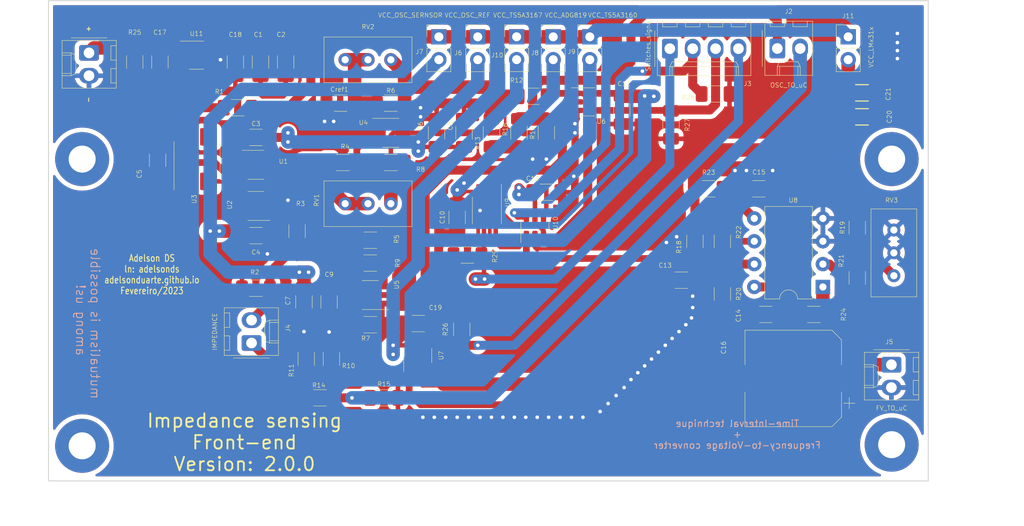
<source format=kicad_pcb>
(kicad_pcb (version 20211014) (generator pcbnew)
  (layers (0 "F.Cu" signal) (31 "B.Cu" signal) (34 "B.Paste" user) (35 "F.Paste" user) (36 "B.SilkS" user "B.Silkscreen") (37 "F.SilkS" user "F.Silkscreen") (38 "B.Mask" user) (39 "F.Mask" user) (44 "Edge.Cuts" user))
  (net 0 "")
  (net 1 "+5V")
  (net 2 "+2V5")
  (net 3 "/5V_OSC_REF")
  (net 4 "/5V_OSC_SENSOR")
  (net 5 "/5V_ADG819")
  (net 6 "GNDA")
  (net 7 "/5V_TS5A3167DBVR")
  (net 8 "/5V_TS5A3160DBVR")
  (net 9 "/FxV_CONVERTER")
  (net 10 "Net-(C13-Pad2)")
  (net 11 "/5V_LMx31x")
  (net 12 "Net-(C15-Pad1)")
  (net 13 "/AD+")
  (net 14 "Net-(Cref1-Pad2)")
  (net 15 "/OSC_REF_TO_uC")
  (net 16 "/OSC_SENSOR_TO_uC")
  (net 17 "Net-(R4-Pad1)")
  (net 18 "Net-(R4-Pad2)")
  (net 19 "Net-(R5-Pad1)")
  (net 20 "Net-(R3-Pad2)")
  (net 21 "Net-(R12-Pad2)")
  (net 22 "Net-(R10-Pad2)")
  (net 23 "Net-(J4-Pad1)")
  (net 24 "/OSC_SENSOR_TO_FV")
  (net 25 "Net-(R11-Pad1)")
  (net 26 "/OSC_REF_TO_FV")
  (net 27 "Net-(R13-Pad1)")
  (net 28 "Net-(R19-Pad1)")
  (net 29 "Net-(R20-Pad1)")
  (net 30 "Net-(R21-Pad1)")
  (net 31 "/SW1_TS5A3167_SPST")
  (net 32 "/SW2_TS5A3167_SPST")
  (net 34 "/SW_ADG819")
  (net 36 "/SW_TS5A3160_DPST")
  (net 37 "Net-(J4-Pad2)")
  (net 38 "/PWR_IN")
  (net 39 "Net-(R25-Pad2)")
  (footprint "" (layer "F.Cu") (at 184.912 77.343)
    (fp_text reference "")
    (fp_text value "")
  )
  (footprint "Connector_Molex:Molex_KK-254_AE-6410-02A_1x02_P2.54mm_Vertical" (layer "F.Cu") (at 95.758 65.532 -90)
    (fp_text reference "J1" hide)
    (fp_text value "POWER")
  )
  (footprint "Package_TO_SOT_SMD:SOT-23-6_Handsoldering" (layer "F.Cu") (at 127 92.456 180)
    (fp_text reference "U5")
    (fp_text value "TLV3501")
  )
  (footprint "Package_SO:MSOP-8_3x3mm_P0.65mm" (layer "F.Cu") (at 139.954 83.058 -90)
    (fp_text reference "U9")
    (fp_text value "ADG819")
  )
  (footprint "Resistor_SMD:R_1206_3216Metric_Pad1.30x1.75mm_HandSolder" (layer "F.Cu") (at 164.583 80.645)
    (fp_text reference "R23")
    (fp_text value "6.81k")
  )
  (footprint "Capacitor_SMD:C_1206_3216Metric_Pad1.33x1.80mm_HandSolder" (layer "F.Cu") (at 114.3 74.93)
    (fp_text reference "C3")
    (fp_text value "0.1u")
  )
  (footprint "Potentiometer_THT:Potentiometer_Bourns_3296W_Vertical" (layer "F.Cu") (at 185.157 90.307 -90)
    (fp_text reference "RV3")
    (fp_text value "4k")
  )
  (footprint "Connector_PinHeader_2.54mm:PinHeader_1x02_P2.54mm_Vertical" (layer "F.Cu") (at 138.938 63.749)
    (fp_text reference "J6")
    (fp_text value "VCC_OSC_REF")
  )
  (footprint "Resistor_SMD:R_1206_3216Metric_Pad1.30x1.75mm_HandSolder" (layer "F.Cu") (at 129.286 71.12 180)
    (fp_text reference "R6")
    (fp_text value "330k")
  )
  (footprint "Resistor_SMD:R_1206_3216Metric_Pad1.30x1.75mm_HandSolder" (layer "F.Cu") (at 146.558 74.422 -90)
    (fp_text reference "R17")
    (fp_text value "500k")
  )
  (footprint "Connector_Molex:Molex_KK-254_AE-6410-02A_1x02_P2.54mm_Vertical" (layer "F.Cu") (at 172.212 65.044)
    (fp_text reference "J2")
    (fp_text value "OSC_TO_uC")
  )
  (footprint "Resistor_SMD:R_1206_3216Metric_Pad1.30x1.75mm_HandSolder" (layer "F.Cu") (at 143.51 74.422 90)
    (fp_text reference "R16")
    (fp_text value "100k")
  )
  (footprint "Resistor_SMD:R_1206_3216Metric_Pad1.30x1.75mm_HandSolder" (layer "F.Cu") (at 165.354 70.104)
    (fp_text reference "R28")
    (fp_text value "100k")
  )
  (footprint "Resistor_SMD:R_1206_3216Metric_Pad1.30x1.75mm_HandSolder" (layer "F.Cu") (at 121.412 103.886)
    (fp_text reference "R14")
    (fp_text value "100k")
  )
  (footprint "Package_TO_SOT_SMD:SOT-23-5" (layer "F.Cu") (at 132.268 99.1815 90)
    (fp_text reference "U7")
    (fp_text value "TS5A3167DBVR")
  )
  (footprint "Package_TO_SOT_SMD:SOT-23-5" (layer "F.Cu") (at 151.13 70.98)
    (fp_text reference "U6")
    (fp_text value "TS5A3167DBVR")
  )
  (footprint "Package_TO_SOT_SMD:SOT-23-6_Handsoldering" (layer "F.Cu") (at 129.286 74.422)
    (fp_text reference "U4")
    (fp_text value "TLV3501")
  )
  (footprint "Capacitor_SMD:C_1206_3216Metric_Pad1.33x1.80mm_HandSolder" (layer "F.Cu") (at 154.94 71.882 -90)
    (fp_text reference "C11")
    (fp_text value "0.1uF")
  )
  (footprint "Connector_PinHeader_2.54mm:PinHeader_1x02_P2.54mm_Vertical" (layer "F.Cu") (at 151.384 63.749)
    (fp_text reference "J9")
    (fp_text value "VCC_TS5A3160")
  )
  (footprint "Resistor_SMD:R_1206_3216Metric_Pad1.30x1.75mm_HandSolder" (layer "F.Cu") (at 145.034 70.358 180)
    (fp_text reference "R12")
    (fp_text value "R0")
  )
  (footprint "Resistor_SMD:R_1206_3216Metric_Pad1.30x1.75mm_HandSolder" (layer "F.Cu") (at 118.872 85.344 90)
    (fp_text reference "R3")
    (fp_text value "R0")
  )
  (footprint "Capacitor_SMD:C_1206_3216Metric_Pad1.33x1.80mm_HandSolder" (layer "F.Cu") (at 136.652 83.82 -90)
    (fp_text reference "C10")
    (fp_text value "0.1uF")
  )
  (footprint "Potentiometer_THT:Potentiometer_Bourns_3296W_Vertical" (layer "F.Cu") (at 129.286 66.294)
    (fp_text reference "RV2")
    (fp_text value "Rparalelo")
  )
  (footprint "Resistor_SMD:R_1206_3216Metric_Pad1.30x1.75mm_HandSolder" (layer "F.Cu") (at 114.3 91.694)
    (fp_text reference "R2")
    (fp_text value "R0")
  )
  (footprint "Capacitor_SMD:C_1206_3216Metric_Pad1.33x1.80mm_HandSolder" (layer "F.Cu") (at 114.3 85.852 180)
    (fp_text reference "C4")
    (fp_text value "0.1u")
  )
  (footprint "Resistor_SMD:R_1206_3216Metric_Pad1.30x1.75mm_HandSolder" (layer "F.Cu") (at 163.059 86.487 90)
    (fp_text reference "R18")
    (fp_text value "10k")
  )
  (footprint "Capacitor_SMD:C_1206_3216Metric_Pad1.33x1.80mm_HandSolder" (layer "F.Cu") (at 117.602 66.548 90)
    (fp_text reference "C2")
    (fp_text value "1uF")
  )
  (footprint "Package_DIP:DIP-8_W7.62mm" (layer "F.Cu") (at 177.273 91.557 180)
    (fp_text reference "U8")
    (fp_text value "LMx31x")
  )
  (footprint "Resistor_SMD:R_1206_3216Metric_Pad1.30x1.75mm_HandSolder" (layer "F.Cu") (at 181.093 90.551 90)
    (fp_text reference "R21")
    (fp_text value "2k")
  )
  (footprint "Connector_Molex:Molex_KK-254_AE-6410-02A_1x02_P2.54mm_Vertical" (layer "F.Cu") (at 113.812 97.79 90)
    (fp_text reference "J4")
    (fp_text value "IMPEDANCE")
  )
  (footprint "Capacitor_SMD:C_1206_3216Metric_Pad1.33x1.80mm_HandSolder" (layer "F.Cu") (at 181.61 69.977)
    (fp_text reference "C21")
    (fp_text value "0.1uF")
  )
  (footprint "Resistor_SMD:R_1206_3216Metric_Pad1.30x1.75mm_HandSolder" (layer "F.Cu") (at 160.401 73.533 -90)
    (fp_text reference "R27")
    (fp_text value "100k")
  )
  (footprint "Capacitor_SMD:C_1206_3216Metric_Pad1.33x1.80mm_HandSolder" (layer "F.Cu") (at 134.366 74.422 90)
    (fp_text reference "C6")
    (fp_text value "0.1uF")
  )
  (footprint "Resistor_SMD:R_1206_3216Metric_Pad1.30x1.75mm_HandSolder" (layer "F.Cu") (at 119.888 99.568 90)
    (fp_text reference "R11")
    (fp_text value "R0")
  )
  (footprint "Package_TO_SOT_SMD:SOT-23-6" (layer "F.Cu") (at 145.288 84.836 90)
    (fp_text reference "U10")
    (fp_text value "TS5A3160DBVR")
  )
  (footprint "Capacitor_SMD:C_1206_3216Metric_Pad1.33x1.80mm_HandSolder" (layer "F.Cu") (at 161.535 90.805)
    (fp_text reference "C13")
    (fp_text value "470pF")
  )
  (footprint "Connector_PinHeader_2.54mm:PinHeader_1x02_P2.54mm_Vertical" (layer "F.Cu") (at 147.32 63.749)
    (fp_text reference "J8")
    (fp_text value "VCC_ADG819")
  )
  (footprint "Resistor_SMD:R_1206_3216Metric_Pad1.30x1.75mm_HandSolder" (layer "F.Cu") (at 140.462 74.422 90)
    (fp_text reference "R13")
    (fp_text value "R0")
  )
  (footprint "Capacitor_SMD:C_1206_3216Metric_Pad1.33x1.80mm_HandSolder" (layer "F.Cu") (at 181.61 72.644)
    (fp_text reference "C20")
    (fp_text value "1uF")
  )
  (footprint "Resistor_SMD:R_1206_3216Metric_Pad1.30x1.75mm_HandSolder" (layer "F.Cu") (at 166.107 86.487 -90)
    (fp_text reference "R22")
    (fp_text value "10k")
  )
  (footprint "Resistor_SMD:R_1206_3216Metric_Pad1.30x1.75mm_HandSolder" (layer "F.Cu") (at 166.107 92.329 -90)
    (fp_text reference "R20")
    (fp_text value "68k")
  )
  (footprint "Resistor_SMD:R_1206_3216Metric_Pad1.30x1.75mm_HandSolder" (layer "F.Cu") (at 123.952 77.724 180)
    (fp_text reference "R4")
    (fp_text value "100k")
  )
  (footprint "Resistor_SMD:R_1206_3216Metric_Pad1.30x1.75mm_HandSolder" (layer "F.Cu") (at 129.286 77.724 180)
    (fp_text reference "R8")
    (fp_text value "100k")
  )
  (footprint "Capacitor_SMD:C_1206_3216Metric_Pad1.33x1.80mm_HandSolder" (layer "F.Cu") (at 119.634 93.218 -90)
    (fp_text reference "C7")
    (fp_text value "0.1uF")
  )
  (footprint "Resistor_SMD:R_1206_3216Metric_Pad1.30x1.75mm_HandSolder" (layer "F.Cu") (at 137.795 88.011 180)
    (fp_text reference "R29")
    (fp_text value "100k")
  )
  (footprint "Resistor_SMD:R_1206_3216Metric_Pad1.30x1.75mm_HandSolder" (layer "F.Cu") (at 127 88.9)
    (fp_text reference "R9")
    (fp_text value "100k")
  )
  (footprint "Package_TO_SOT_SMD:SOT-23-5_HandSoldering" (layer "F.Cu") (at 114.3 77.978)
    (fp_text reference "U1")
    (fp_text value "OPA192")
  )
  (footprint "Capacitor_SMD:C_1206_3216Metric_Pad1.33x1.80mm_HandSolder" (layer "F.Cu") (at 103.378 77.47 90)
    (fp_text reference "C5")
    (fp_text value "1uF")
  )
  (footprint "Capacitor_SMD:C_1206_3216Metric_Pad1.33x1.80mm_HandSolder" (layer "F.Cu") (at 137.414 74.422 90)
    (fp_text reference "C8")
    (fp_text value "2.2uF")
  )
  (footprint "Resistor_SMD:R_1206_3216Metric_Pad1.30x1.75mm_HandSolder" (layer "F.Cu") (at 100.838 66.548 -90)
    (fp_text reference "R25")
    (fp_text value "R0")
  )
  (footprint "Capacitor_SMD:C_1206_3216Metric_Pad1.33x1.80mm_HandSolder" (layer "F.Cu") (at 170.933 94.615 180)
    (fp_text reference "C14")
    (fp_text value "1uF")
  )
  (footprint "Capacitor_SMD:C_1206_3216Metric_Pad1.33x1.80mm_HandSolder" (layer "F.Cu") (at 122.428 93.218 -90)
    (fp_text reference "C9")
    (fp_text value "2.2uF")
  )
  (footprint "Capacitor_SMD:C_1206_3216Metric_Pad1.33x1.80mm_HandSolder" (layer "F.Cu") (at 146.558 81.026)
    (fp_text reference "C12")
    (fp_text value "0.1uF")
  )
  (footprint "Connector_PinHeader_2.54mm:PinHeader_1x02_P2.54mm_Vertical" (layer "F.Cu") (at 134.62 63.749)
    (fp_text reference "J7")
    (fp_text value "VCC_OSC_SERNSOR")
  )
  (footprint "Resistor_SMD:R_1206_3216Metric_Pad1.30x1.75mm_HandSolder" (layer "F.Cu") (at 127 86.36 180)
    (fp_text reference "R5")
    (fp_text value "100k")
  )
  (footprint "Connector_PinHeader_2.54mm:PinHeader_1x02_P2.54mm_Vertical" (layer "F.Cu") (at 180.086 63.749)
    (fp_text reference "J11")
    (fp_text value "VCC_LMx31x")
  )
  (footprint "Capacitor_SMD:C_1206_3216Metric_Pad1.33x1.80mm_HandSolder" (layer "F.Cu") (at 112.014 66.548 90)
    (fp_text reference "C18")
    (fp_text value "1uF")
  )
  (footprint "Resistor_SMD:R_1206_3216Metric_Pad1.30x1.75mm_HandSolder" (layer "F.Cu") (at 181.093 84.963 90)
    (fp_text reference "R19")
    (fp_text value "Rparalelo")
  )
  (footprint "Package_TO_SOT_SMD:SOT-23-5" (layer "F.Cu") (at 107.696 65.786)
    (fp_text reference "U11")
    (fp_text value "TPS7A0508PDBV")
  )
  (footprint "Resistor_SMD:R_1206_3216Metric_Pad1.30x1.75mm_HandSolder" (layer "F.Cu") (at 122.682 99.568 90)
    (fp_text reference "R10")
    (fp_text value "R0")
  )
  (footprint "Potentiometer_THT:Potentiometer_Bourns_3296W_Vertical" (layer "F.Cu") (at 129.286 82.296)
    (fp_text reference "RV1")
    (fp_text value "Rparalelo")
  )
  (footprint "Resistor_SMD:R_1206_3216Metric_Pad1.30x1.75mm_HandSolder" (layer "F.Cu") (at 137.16 96.266 90)
    (fp_text reference "R26")
    (fp_text value "100k")
  )
  (footprint "Connector_PinHeader_2.54mm:PinHeader_1x02_P2.54mm_Vertical" (layer "F.Cu") (at 143.256 63.744)
    (fp_text reference "J10")
    (fp_text value "VCC_TS5A3167")
  )
  (footprint "" (layer "F.Cu") (at 94.996 77.343)
    (fp_text reference "")
    (fp_text value "")
  )
  (footprint "Resistor_SMD:R_1206_3216Metric_Pad1.30x1.75mm_HandSolder" (layer "F.Cu") (at 112.268 71.628 180)
    (fp_text reference "R1")
    (fp_text value "2.2k")
  )
  (footprint "Capacitor_SMD:CP_Elec_10x14.3" (layer "F.Cu") (at 173.981 101.727 180)
    (fp_text reference "C16")
    (fp_text value "220uF")
  )
  (footprint "Package_SO:SOIC-8_3.9x4.9mm_P1.27mm" (layer "F.Cu") (at 107.761 77.343 90)
    (fp_text reference "U3")
    (fp_text value "LM385D-2.5")
  )
  (footprint "Resistor_SMD:R_1206_3216Metric_Pad1.30x1.75mm_HandSolder" (layer "F.Cu") (at 128.524 103.886)
    (fp_text reference "R15")
    (fp_text value "500k")
  )
  (footprint "MountingHole:MountingHole_3mm_Pad" (layer "F.Cu") (at 94.996 109.22)
    (fp_text reference "REF**" hide)
    (fp_text value "MountingHole_3mm_Pad")
  )
  (footprint "Capacitor_SMD:C_1206_3216Metric_Pad1.33x1.80mm_HandSolder" (layer "F.Cu") (at 170.171 80.645)
    (fp_text reference "C15")
    (fp_text value "10nF")
  )
  (footprint "Capacitor_SMD:C_1206_3216Metric_Pad1.33x1.80mm_HandSolder" (layer "F.Cu") (at 132.334 95.6255)
    (fp_text reference "C19")
    (fp_text value "0.1uF")
  )
  (footprint "Connector_Molex:Molex_KK-254_AE-6410-02A_1x02_P2.54mm_Vertical" (layer "F.Cu") (at 184.883 100.203 -90)
    (fp_text reference "J5")
    (fp_text value "FV_TO_uC")
  )
  (footprint "" (layer "F.Cu") (at 184.912 109.093)
    (fp_text reference "")
    (fp_text value "")
  )
  (footprint "Capacitor_SMD:C_1206_3216Metric_Pad1.33x1.80mm_HandSolder" (layer "F.Cu") (at 103.632 66.548 90)
    (fp_text reference "C17")
    (fp_text value "1uF")
  )
  (footprint "Resistor_SMD:R_1206_3216Metric_Pad1.30x1.75mm_HandSolder" (layer "F.Cu") (at 176.267 94.615)
    (fp_text reference "R24")
    (fp_text value "10k")
  )
  (footprint "Capacitor_SMD:C_1206_3216Metric_Pad1.33x1.80mm_HandSolder" (layer "F.Cu") (at 123.698 71.12)
    (fp_text reference "Cref1")
    (fp_text value "100pF")
  )
  (footprint "Capacitor_SMD:C_1206_3216Metric_Pad1.33x1.80mm_HandSolder" (layer "F.Cu") (at 114.808 66.548 90)
    (fp_text reference "C1")
    (fp_text value "1uF")
  )
  (footprint "Resistor_SMD:R_1206_3216Metric_Pad1.30x1.75mm_HandSolder" (layer "F.Cu") (at 127 95.758)
    (fp_text reference "R7")
    (fp_text value "330k")
  )
  (footprint "Connector_Molex:Molex_KK-254_AE-6410-04A_1x04_P2.54mm_Vertical" (layer "F.Cu") (at 160.274 65.064)
    (fp_text reference "J3")
    (fp_text value "Switches_signal")
  )
  (footprint "Package_TO_SOT_SMD:SOT-23-5_HandSoldering" (layer "F.Cu") (at 114.3 82.55 180)
    (fp_text reference "U2")
    (fp_text value "OPA192")
  )
  (gr_rect (start 91.262 59.728) (end 188.976 113.119) (layer "Edge.Cuts") (width 0.1) (fill none))
  (gr_text "Time-Interval technique\n+\nFrequency-to-Voltage converter" (at 167.767 107.95) (layer "B.SilkS") (effects (font (size 0.75 0.75) (thickness 0.1)) (justify mirror)))
  (gr_text "mutualism is possible \namong us!\n" (at 95.631 95.25 270) (layer "B.SilkS") (effects (font (size 1 1) (thickness 0.1)) (justify mirror)))
  (gr_text "-" (at 95.758 70.739 270) (layer "F.SilkS") (effects (font (size 0.5 0.5) (thickness 0.1))))
  (gr_text "+" (at 95.758 62.865 270) (layer "F.SilkS") (effects (font (size 0.5 0.5) (thickness 0.1))))
  (gr_text "Impedance sensing\nFront-end\nVersion: 2.0.0" (at 113.03 108.839) (layer "F.SilkS") (effects (font (size 1.5 1.5) (thickness 0.2))))
  (gr_text "Adelson DS\nln: adelsonds\nadelsonduarte.github.io\nFevereiro/2023" (at 102.743 90.17) (layer "F.SilkS") (effects (font (size 0.75 0.6) (thickness 0.1))))
  (segment (start 120.396 64.262) (end 119.883 63.749) (width 1) (layer "F.Cu") (net 1))
  (segment (start 111.506 64.9855) (end 117.602 64.9855) (width 1.5) (layer "F.Cu") (net 1))
  (segment (start 120.396 69.088) (end 120.396 64.262) (width 1) (layer "F.Cu") (net 1))
  (segment (start 119.883 63.749) (end 134.62 63.749) (width 1.5) (layer "F.Cu") (net 1))
  (segment (start 117.602 64.9855) (end 118.8385 63.749) (width 1.5) (layer "F.Cu") (net 1))
  (segment (start 113.818 71.628) (end 117.856 71.628) (width 1) (layer "F.Cu") (net 1))
  (segment (start 117.856 71.628) (end 120.396 69.088) (width 1) (layer "F.Cu") (net 1))
  (segment (start 111.3565 64.836) (end 111.506 64.9855) (width 0.75) (layer "F.Cu") (net 1))
  (segment (start 118.8385 63.749) (end 119.883 63.749) (width 1.5) (layer "F.Cu") (net 1))
  (segment (start 134.62 63.749) (end 151.384 63.749) (width 1.5) (layer "F.Cu") (net 1))
  (segment (start 108.8335 64.836) (end 111.3565 64.836) (width 0.75) (layer "F.Cu") (net 1))
  (segment (start 151.384 63.749) (end 152.134 62.999) (width 1.5) (layer "B.Cu") (net 1))
  (segment (start 179.336 62.999) (end 180.086 63.749) (width 1.5) (layer "B.Cu") (net 1))
  (segment (start 152.134 62.999) (end 179.336 62.999) (width 1.5) (layer "B.Cu") (net 1))
  (segment (start 105.856 74.868) (end 105.856 73.468) (width 1) (layer "F.Cu") (net 2))
  (segment (start 104.4175 74.868) (end 103.378 75.9075) (width 1) (layer "F.Cu") (net 2))
  (segment (start 112.95 78.928) (end 112.978 78.928) (width 0.75) (layer "F.Cu") (net 2))
  (segment (start 110.932 78.928) (end 112.95 78.928) (width 0.75) (layer "F.Cu") (net 2))
  (segment (start 112.978 78.928) (end 115.65 81.6) (width 0.75) (layer "F.Cu") (net 2))
  (segment (start 105.856 73.468) (end 107.696 71.628) (width 1) (layer "F.Cu") (net 2))
  (segment (start 105.856 74.868) (end 104.4175 74.868) (width 1) (layer "F.Cu") (net 2))
  (segment (start 105.856 74.868) (end 105.856 76.9) (width 0.75) (layer "F.Cu") (net 2))
  (segment (start 106.68 77.724) (end 109.728 77.724) (width 0.75) (layer "F.Cu") (net 2))
  (segment (start 107.696 71.628) (end 110.718 71.628) (width 1) (layer "F.Cu") (net 2))
  (segment (start 105.856 76.9) (end 106.68 77.724) (width 0.75) (layer "F.Cu") (net 2))
  (segment (start 109.728 77.724) (end 110.932 78.928) (width 0.75) (layer "F.Cu") (net 2))
  (segment (start 115.8625 76.1615) (end 115.8625 76.8155) (width 1) (layer "F.Cu") (net 3))
  (segment (start 130.636 75.372) (end 132.268 75.372) (width 0.5) (layer "F.Cu") (net 3))
  (segment (start 115.8625 74.93) (end 115.8625 76.1615) (width 1) (layer "F.Cu") (net 3))
  (segment (start 132.268 75.372) (end 132.8805 75.9845) (width 0.5) (layer "F.Cu") (net 3))
  (segment (start 115.8625 74.93) (end 117.856 74.93) (width 1) (layer "F.Cu") (net 3))
  (segment (start 132.8805 75.9845) (end 137.414 75.9845) (width 0.5) (layer "F.Cu") (net 3))
  (segment (start 115.8625 76.8155) (end 115.65 77.028) (width 0.75) (layer "F.Cu") (net 3))
  (segment (start 132.334 76.454) (end 132.334 75.622) (width 1) (layer "F.Cu") (net 3))
  (segment (start 117.856 74.93) (end 117.856 74.422) (width 1) (layer "F.Cu") (net 3))
  (via (at 132.334 76.454) (size 0.8) (drill 0.4) (layers "F.Cu" "B.Cu") (net 3))
  (via (at 117.856 75.438) (size 0.8) (drill 0.4) (layers "F.Cu" "B.Cu") (net 3))
  (via (at 132.334 75.438) (size 0.8) (drill 0.4) (layers "F.Cu" "B.Cu") (net 3))
  (via (at 117.856 74.422) (size 0.8) (drill 0.4) (layers "F.Cu" "B.Cu") (net 3))
  (segment (start 138.938 68.834) (end 132.334 75.438) (width 1.5) (layer "B.Cu") (net 3))
  (segment (start 117.856 75.438) (end 117.856 74.422) (width 1.5) (layer "B.Cu") (net 3))
  (segment (start 132.334 75.438) (end 132.334 76.454) (width 1.5) (layer "B.Cu") (net 3))
  (segment (start 138.938 66.289) (end 138.938 68.834) (width 1.5) (layer "B.Cu") (net 3))
  (segment (start 132.334 75.438) (end 117.856 75.438) (width 1.5) (layer "B.Cu") (net 3))
  (segment (start 119.7835 91.506) (end 119.634 91.6555) (width 0.75) (layer "F.Cu") (net 4))
  (segment (start 112.7375 83.7125) (end 112.95 83.5) (width 0.75) (layer "F.Cu") (net 4))
  (segment (start 112.7375 85.852) (end 112.7375 84.6205) (width 1) (layer "F.Cu") (net 4))
  (segment (start 109.22 85.344) (end 112.2295 85.344) (width 1.5) (layer "F.Cu") (net 4))
  (segment (start 119.634 91.6555) (end 119.634 90.424) (width 1.5) (layer "F.Cu") (net 4))
  (segment (start 119.634 90.424) (end 119.126 89.916) (width 1.5) (layer "F.Cu") (net 4))
  (segment (start 119.126 89.916) (end 120.142 89.916) (width 1.5) (layer "F.Cu") (net 4))
  (segment (start 125.65 91.506) (end 121.092 91.506) (width 0.75) (layer "F.Cu") (net 4))
  (segment (start 112.7375 84.6205) (end 112.7375 83.7125) (width 1) (layer "F.Cu") (net 4))
  (segment (start 120.076 91.506) (end 119.7835 91.506) (width 0.75) (layer "F.Cu") (net 4))
  (segment (start 112.2295 85.344) (end 112.7375 85.852) (width 1) (layer "F.Cu") (net 4))
  (segment (start 121.092 91.506) (end 120.076 91.506) (width 0.75) (layer "F.Cu") (net 4))
  (via (at 119.126 89.916) (size 0.8) (drill 0.4) (layers "F.Cu" "B.Cu") (net 4))
  (via (at 120.142 89.916) (size 0.8) (drill 0.4) (layers "F.Cu" "B.Cu") (net 4))
  (via (at 110.236 85.344) (size 0.8) (drill 0.4) (layers "F.Cu" "B.Cu") (net 4))
  (via (at 109.22 85.344) (size 0.8) (drill 0.4) (layers "F.Cu" "B.Cu") (net 4))
  (segment (start 109.22 87.884) (end 111.252 89.916) (width 1.5) (layer "B.Cu") (net 4))
  (segment (start 110.236 85.344) (end 109.22 85.344) (width 1.5) (layer "B.Cu") (net 4))
  (segment (start 109.22 85.344) (end 109.22 73.152) (width 1.5) (layer "B.Cu") (net 4))
  (segment (start 109.22 73.152) (end 112.776 69.596) (width 1.5) (layer "B.Cu") (net 4))
  (segment (start 109.22 85.344) (end 109.22 87.884) (width 1.5) (layer "B.Cu") (net 4))
  (segment (start 131.313 69.596) (end 112.776 69.596) (width 1.5) (layer "B.Cu") (net 4))
  (segment (start 134.62 66.289) (end 131.313 69.596) (width 1.5) (layer "B.Cu") (net 4))
  (segment (start 111.252 89.916) (end 120.142 89.916) (width 1.5) (layer "B.Cu") (net 4))
  (segment (start 136.652 81.788) (end 136.652 82.2575) (width 0.5) (layer "F.Cu") (net 5))
  (segment (start 137.4945 80.9455) (end 136.652 81.788) (width 0.5) (layer "F.Cu") (net 5))
  (segment (start 136.652 82.2575) (end 136.652 80.772) (width 1) (layer "F.Cu") (net 5))
  (segment (start 136.652 80.772) (end 137.414 80.01) (width 1) (layer "F.Cu") (net 5))
  (segment (start 138.979 80.9455) (end 137.4945 80.9455) (width 0.4) (layer "F.Cu") (net 5))
  (via (at 136.652 80.772) (size 0.8) (drill 0.4) (layers "F.Cu" "B.Cu") (net 5))
  (via (at 137.414 80.01) (size 0.8) (drill 0.4) (layers "F.Cu" "B.Cu") (net 5))
  (segment (start 147.32 70.104) (end 136.652 80.772) (width 1.5) (layer "B.Cu") (net 5))
  (segment (start 147.32 66.289) (end 147.32 70.104) (width 1.5) (layer "B.Cu") (net 5))
  (segment (start 117.221 82.55) (end 117.856 81.915) (width 0.5) (layer "F.Cu") (net 6))
  (segment (start 112.95 77.978) (end 111.76 77.978) (width 0.5) (layer "F.Cu") (net 6))
  (segment (start 139.629 82.621) (end 139.629 80.9455) (width 0.4) (layer "F.Cu") (net 6))
  (segment (start 127.936 74.422) (end 124.206 74.422) (width 0.75) (layer "F.Cu") (net 6))
  (segment (start 126.565 93.406) (end 126.177 93.406) (width 0.4) (layer "F.Cu") (net 6))
  (segment (start 128.35 92.456) (end 129.794 92.456) (width 0.5) (layer "F.Cu") (net 6))
  (segment (start 115.65 82.55) (end 117.221 82.55) (width 0.5) (layer "F.Cu") (net 6))
  (segment (start 111.252 77.47) (end 111.252 76.4155) (width 0.5) (layer "F.Cu") (net 6))
  (segment (start 111.252 76.4155) (end 112.7375 74.93) (width 0.5) (layer "F.Cu") (net 6))
  (segment (start 145.288 85.9735) (end 145.288 87.122) (width 0.5) (layer "F.Cu") (net 6))
  (segment (start 145.288 87.122) (end 145.542 87.376) (width 0.5) (layer "F.Cu") (net 6))
  (segment (start 128.35 92.456) (end 127.515 92.456) (width 0.4) (layer "F.Cu") (net 6))
  (segment (start 139.192 83.058) (end 139.629 82.621) (width 0.5) (layer "F.Cu") (net 6))
  (segment (start 106.5585 65.786) (end 109.855 65.786) (width 0.5) (layer "F.Cu") (net 6))
  (segment (start 111.76 77.978) (end 111.252 77.47) (width 0.5) (layer "F.Cu") (net 6))
  (segment (start 127.515 92.456) (end 126.565 93.406) (width 0.4) (layer "F.Cu") (net 6))
  (segment (start 124.206 74.422) (end 122.936 73.152) (width 0.75) (layer "F.Cu") (net 6))
  (segment (start 109.855 65.786) (end 110.363 66.294) (width 0.5) (layer "F.Cu") (net 6))
  (via (at 122.428 96.567278) (size 0.8) (drill 0.4) (layers "F.Cu" "B.Cu") (net 6))
  (via (at 159.766 98.044) (size 0.8) (drill 0.4) (layers "F.Cu" "B.Cu") (net 6))
  (via (at 149.733 73.406) (size 0.8) (drill 0.4) (layers "F.Cu" "B.Cu") (net 6))
  (via (at 167.513 78.613) (size 0.8) (drill 0.4) (layers "F.Cu" "B.Cu") (net 6))
  (via (at 146.812 106.045) (size 0.8) (drill 0.4) (layers "F.Cu" "B.Cu") (net 6))
  (via (at 185.547 63.373) (size 0.8) (drill 0.4) (layers "F.Cu" "B.Cu") (net 6))
  (via (at 134.112 106.045) (size 0.8) (drill 0.4) (layers "F.Cu" "B.Cu") (net 6))
  (via (at 152.527 105.41) (size 0.8) (drill 0.4) (layers "F.Cu" "B.Cu") (net 6))
  (via (at 159.893 86.614) (size 0.8) (drill 0.4) (layers "F.Cu" "B.Cu") (net 6))
  (via (at 132.588 71.628) (size 0.8) (drill 0.4) (layers "F.Cu" "B.Cu") (net 6))
  (via (at 139.192 106.045) (size 0.8) (drill 0.4) (layers "F.Cu" "B.Cu") (net 6))
  (via (at 155.956 101.854) (size 0.8) (drill 0.4) (layers "F.Cu" "B.Cu") (net 6))
  (via (at 140.462 106.045) (size 0.8) (drill 0.4) (layers "F.Cu" "B.Cu") (net 6))
  (via (at 132.588 72.644) (size 0.8) (drill 0.4) (layers "F.Cu" "B.Cu") (net 6))
  (via (at 149.733 74.422) (size 0.8) (drill 0.4) (layers "F.Cu" "B.Cu") (net 6))
  (via (at 158.242 99.568) (size 0.8) (drill 0.4) (layers "F.Cu" "B.Cu") (net 6))
  (via (at 145.034 77.343) (size 0.8) (drill 0.4) (layers "F.Cu" "B.Cu") (net 6))
  (via (at 162.052 95.758) (size 0.8) (drill 0.4) (layers "F.Cu" "B.Cu") (net 6))
  (via (at 159.004 98.806) (size 0.8) (drill 0.4) (layers "F.Cu" "B.Cu") (net 6))
  (via (at 162.687 94.996) (size 0.8) (drill 0.4) (layers "F.Cu" "B.Cu") (net 6))
  (via (at 145.542 106.045) (size 0.8) (drill 0.4) (layers "F.Cu" "B.Cu") (net 6))
  (via (at 157.48 100.33) (size 0.8) (drill 0.4) (layers "F.Cu" "B.Cu") (net 6))
  (via (at 162.814 92.583) (size 0.8) (drill 0.4) (layers "F.Cu" "B.Cu") (net 6))
  (via (at 137.922 106.045) (size 0.8) (drill 0.4) (layers "F.Cu" "B.Cu") (net 6))
  (via (at 168.783 78.613) (size 0.8) (drill 0.4) (layers "F.Cu" "B.Cu") (net 6))
  (via (at 119.634 96.52) (size 0.8) (drill 0.4) (layers "F.Cu" "B.Cu") (net 6))
  (via (at 160.528 97.282) (size 0.8) (drill 0.4) (layers "F.Cu" "B.Cu") (net 6))
  (via (at 139.192 83.058) (size 0.8) (drill 0.4) (layers "F.Cu" "B.Cu") (net 6))
  (via (at 144.272 106.045) (size 0.8) (drill 0.4) (layers "F.Cu" "B.Cu") (net 6))
  (via (at 149.606 79.248) (size 0.8) (drill 0.4) (layers "F.Cu" "B.Cu") (net 6))
  (via (at 154.305 103.632) (size 0.8) (drill 0.4) (layers "F.Cu" "B.Cu") (net 6))
  (via (at 161.29 96.52) (size 0.8) (drill 0.4) (layers "F.Cu" "B.Cu") (net 6))
  (via (at 150.622 106.045) (size 0.8) (drill 0.4) (layers "F.Cu" "B.Cu") (net 6))
  (via (at 110.363 66.294) (size 0.8) (drill 0.4) (layers "F.Cu" "B.Cu") (net 6))
  (via (at 146.558 77.343) (size 0.8) (drill 0.4) (layers "F.Cu" "B.Cu") (net 6))
  (via (at 185.547 65.278) (size 0.8) (drill 0.4) (layers "F.Cu" "B.Cu") (net 6))
  (via (at 136.652 106.045) (size 0.8) (drill 0.4) (layers "F.Cu" "B.Cu") (net 6))
  (via (at 117.856 81.915) (size 0.8) (drill 0.4) (layers "F.Cu" "B.Cu") (net 6))
  (via (at 149.352 106.045) (size 0.8) (drill 0.4) (layers "F.Cu" "B.Cu") (net 6))
  (via (at 185.547 64.389) (size 0.8) (drill 0.4) (layers "F.Cu" "B.Cu") (net 6))
  (via (at 153.416 104.521) (size 0.8) (drill 0.4) (layers "F.Cu" "B.Cu") (net 6))
  (via (at 156.718 101.092) (size 0.8) (drill 0.4) (layers "F.Cu" "B.Cu") (net 6))
  (via (at 161.036 85.979) (size 0.8) (drill 0.4) (layers "F.Cu" "B.Cu") (net 6))
  (via (at 155.194 102.743) (size 0.8) (drill 0.4) (layers "F.Cu" "B.Cu") (net 6))
  (via (at 148.082 106.045) (size 0.8) (drill 0.4) (layers "F.Cu" "B.Cu") (net 6))
  (via (at 162.814 93.853) (size 0.8) (drill 0.4) (layers "F.Cu" "B.Cu") (net 6))
  (via (at 143.002 106.045) (size 0.8) (drill 0.4) (layers "F.Cu" "B.Cu") (net 6))
  (via (at 185.547 66.167) (size 0.8) (drill 0.4) (layers "F.Cu" "B.Cu") (net 6))
  (via (at 171.695 78.613) (size 0.8) (drill 0.4) (layers "F.Cu" "B.Cu") (net 6))
  (via (at 135.382 106.045) (size 0.8) (drill 0.4) (layers "F.Cu" "B.Cu") (net 6))
  (via (at 141.732 106.045) (size 0.8) (drill 0.4) (layers "F.Cu" "B.Cu") (net 6))
  (via (at 121.92 73.152) (size 0.8) (drill 0.4) (layers "F.Cu" "B.Cu") (net 6))
  (via (at 132.842 106.045) (size 0.8) (drill 0.4) (layers "F.Cu" "B.Cu") (net 6))
  (via (at 115.57 87.884) (size 0.8) (drill 0.4) (layers "F.Cu" "B.Cu") (net 6))
  (via (at 122.936 73.152) (size 0.8) (drill 0.4) (layers "F.Cu" "B.Cu") (net 6))
  (segment (start 130.81 96.774) (end 130.81 95.664) (width 1) (layer "F.Cu") (net 7))
  (segment (start 152.2675 70.03) (end 154.6505 70.03) (width 0.75) (layer "F.Cu") (net 7))
  (segment (start 154.94 70.3195) (end 154.94 70.0655) (width 0.75) (layer "F.Cu") (net 7))
  (segment (start 154.6505 70.03) (end 154.94 70.3195) (width 0.75) (layer "F.Cu") (net 7))
  (segment (start 158.496 70.358) (end 154.9785 70.358) (width 1.5) (layer "F.Cu") (net 7))
  (segment (start 154.9785 70.358) (end 154.94 70.3195) (width 1.5) (layer "F.Cu") (net 7))
  (segment (start 131.318 98.044) (end 129.54 98.044) (width 0.5) (layer "F.Cu") (net 7))
  (segment (start 129.54 98.044) (end 130.81 96.774) (width 1) (layer "F.Cu") (net 7))
  (segment (start 129.54 98.044) (end 129.54 99.06) (width 1) (layer "F.Cu") (net 7))
  (via (at 158.496 70.358) (size 0.8) (drill 0.4) (layers "F.Cu" "B.Cu") (net 7))
  (via (at 129.54 99.06) (size 0.8) (drill 0.4) (layers "F.Cu" "B.Cu") (net 7))
  (via (at 157.48 70.3195) (size 0.8) (drill 0.4) (layers "F.Cu" "B.Cu") (net 7))
  (via (at 129.54 98.044) (size 0.8) (drill 0.4) (layers "F.Cu" "B.Cu") (net 7))
  (segment (start 143.256 66.284) (end 143.256 70.358) (width 1.5) (layer "B.Cu") (net 7))
  (segment (start 132.334 81.28) (end 132.334 84.582) (width 1.5) (layer "B.Cu") (net 7))
  (segment (start 148.336 86.36) (end 132.334 86.36) (width 1.5) (layer "B.Cu") (net 7))
  (segment (start 157.48 70.3195) (end 157.48 77.216) (width 1.5) (layer "B.Cu") (net 7))
  (segment (start 143.256 70.358) (end 132.334 81.28) (width 1.5) (layer "B.Cu") (net 7))
  (segment (start 132.334 88.9) (end 129.54 91.694) (width 1.5) (layer "B.Cu") (net 7))
  (segment (start 157.48 77.216) (end 148.336 86.36) (width 1.5) (layer "B.Cu") (net 7))
  (segment (start 157.48 70.3195) (end 157.9495 70.3195) (width 1.5) (layer "B.Cu") (net 7))
  (segment (start 129.54 91.694) (end 129.54 99.06) (width 1.5) (layer "B.Cu") (net 7))
  (segment (start 157.9495 70.3195) (end 157.988 70.358) (width 1.5) (layer "B.Cu") (net 7))
  (segment (start 132.334 84.582) (end 132.334 86.36) (width 1.5) (layer "B.Cu") (net 7))
  (segment (start 132.334 86.36) (end 132.334 88.9) (width 1.5) (layer "B.Cu") (net 7))
  (segment (start 157.988 70.358) (end 158.496 70.358) (width 1.5) (layer "B.Cu") (net 7))
  (segment (start 143.51 80.518) (end 143.51 81.28) (width 1) (layer "F.Cu") (net 8))
  (segment (start 144.018 81.026) (end 143.51 80.518) (width 1) (layer "F.Cu") (net 8))
  (segment (start 145.288 81.5725) (end 145.288 83.6985) (width 0.5) (layer "F.Cu") (net 8))
  (segment (start 144.9955 81.026) (end 144.018 81.026) (width 1) (layer "F.Cu") (net 8))
  (segment (start 144.7415 81.026) (end 144.88775 81.17225) (width 0.5) (layer "F.Cu") (net 8))
  (segment (start 144.88775 81.17225) (end 145.288 81.5725) (width 0.5) (layer "F.Cu") (net 8))
  (via (at 143.51 80.518) (size 0.8) (drill 0.4) (layers "F.Cu" "B.Cu") (net 8))
  (via (at 143.51 81.28) (size 0.8) (drill 0.4) (layers "F.Cu" "B.Cu") (net 8))
  (segment (start 143.51 81.28) (end 145.034 81.28) (width 1.5) (layer "B.Cu") (net 8))
  (segment (start 145.034 81.28) (end 151.384 74.93) (width 1.5) (layer "B.Cu") (net 8))
  (segment (start 151.384 74.93) (end 151.384 66.289) (width 1.5) (layer "B.Cu") (net 8))
  (segment (start 148.336 77.47) (end 147.574 78.232) (width 1) (layer "F.Cu") (net 9))
  (segment (start 132.268 94.046) (end 132.334 93.98) (width 0.5) (layer "F.Cu") (net 9))
  (segment (start 148.336 71.882) (end 148.336 77.47) (width 1) (layer "F.Cu") (net 9))
  (segment (start 140.929 78.527) (end 140.929 80.9455) (width 0.5) (layer "F.Cu") (net 9))
  (segment (start 135.128 102.362) (end 132.842 102.362) (width 0.75) (layer "F.Cu") (net 9))
  (segment (start 157.861 90.805) (end 159.9725 90.805) (width 1.5) (layer "F.Cu") (net 9))
  (segment (start 135.128 102.362) (end 146.304 102.362) (width 1.5) (layer "F.Cu") (net 9))
  (segment (start 148.59 71.628) (end 148.336 71.882) (width 1) (layer "F.Cu") (net 9))
  (segment (start 146.558 83.3785) (end 146.558 79.502) (width 0.5) (layer "F.Cu") (net 9))
  (segment (start 133.096 93.218) (end 132.334 93.98) (width 1) (layer "F.Cu") (net 9))
  (segment (start 146.304 102.362) (end 157.861 90.805) (width 1.5) (layer "F.Cu") (net 9))
  (segment (start 146.558 79.502) (end 147.236 78.824) (width 0.5) (layer "F.Cu") (net 9))
  (segment (start 147.574 78.232) (end 147.236 78.57) (width 1) (layer "F.Cu") (net 9))
  (segment (start 147.236 78.57) (end 135.552 78.57) (width 1) (layer "F.Cu") (net 9))
  (segment (start 149.238 70.98) (end 148.59 71.628) (width 0.5) (layer "F.Cu") (net 9))
  (segment (start 149.9925 70.98) (end 149.238 70.98) (width 0.5) (layer "F.Cu") (net 9))
  (segment (start 146.238 83.6985) (end 146.558 83.3785) (width 0.5) (layer "F.Cu") (net 9))
  (segment (start 132.268 100.319) (end 132.268 94.046) (width 0.5) (layer "F.Cu") (net 9))
  (segment (start 133.096 81.026) (end 133.096 93.218) (width 1) (layer "F.Cu") (net 9))
  (segment (start 135.552 78.57) (end 133.096 81.026) (width 1) (layer "F.Cu") (net 9))
  (segment (start 132.842 102.362) (end 132.268 101.788) (width 0.75) (layer "F.Cu") (net 9))
  (segment (start 132.268 101.788) (end 132.268 100.319) (width 0.5) (layer "F.Cu") (net 9))
  (segment (start 163.059 88.037) (end 163.059 90.7665) (width 1) (layer "F.Cu") (net 10))
  (segment (start 163.059 86.995) (end 163.577 86.477) (width 0.75) (layer "F.Cu") (net 10))
  (segment (start 163.577 86.477) (end 169.653 86.477) (width 0.75) (layer "F.Cu") (net 10))
  (segment (start 163.059 90.7665) (end 163.0975 90.805) (width 1) (layer "F.Cu") (net 10))
  (segment (start 163.059 88.037) (end 163.059 86.995) (width 1) (layer "F.Cu") (net 10))
  (segment (start 166.361 76.327) (end 173.981 76.327) (width 1.5) (layer "F.Cu") (net 11))
  (segment (start 176.521 76.327) (end 173.981 76.327) (width 1.5) (layer "F.Cu") (net 11))
  (segment (start 171.177 91.557) (end 169.653 91.557) (width 1) (layer "F.Cu") (net 11))
  (segment (start 173.981 87.249) (end 173.981 76.327) (width 1) (layer "F.Cu") (net 11))
  (segment (start 172.4955 92.8755) (end 171.177 91.557) (width 1) (layer "F.Cu") (net 11))
  (segment (start 163.059 82.931) (end 163.059 81.915) (width 1) (layer "F.Cu") (net 11))
  (segment (start 172.4955 94.615) (end 172.4955 92.8755) (width 1) (layer "F.Cu") (net 11))
  (segment (start 172.4955 94.615) (end 172.4955 88.7345) (width 1) (layer "F.Cu") (net 11))
  (segment (start 172.4955 88.7345) (end 173.981 87.249) (width 1) (layer "F.Cu") (net 11))
  (segment (start 180.086 72.762) (end 176.521 76.327) (width 1.5) (layer "F.Cu") (net 11))
  (segment (start 163.059 84.937) (end 166.107 84.937) (width 1) (layer "F.Cu") (net 11))
  (segment (start 163.059 81.915) (end 163.059 80.671) (width 1) (layer "F.Cu") (net 11))
  (segment (start 163.033 79.655) (end 166.361 76.327) (width 1.5) (layer "F.Cu") (net 11))
  (segment (start 163.033 80.645) (end 163.033 79.655) (width 1.5) (layer "F.Cu") (net 11))
  (segment (start 180.086 66.289) (end 180.086 72.762) (width 1.5) (layer "F.Cu") (net 11))
  (segment (start 163.059 84.937) (end 163.059 82.931) (width 1) (layer "F.Cu") (net 11))
  (segment (start 166.133 80.645) (end 168.6085 80.645) (width 1) (layer "F.Cu") (net 12))
  (segment (start 168.6085 80.645) (end 168.6085 82.8925) (width 1) (layer "F.Cu") (net 12))
  (segment (start 168.6085 82.8925) (end 169.653 83.937) (width 1) (layer "F.Cu") (net 12))
  (segment (start 177.273 94.071) (end 177.817 94.615) (width 1.5) (layer "F.Cu") (net 13))
  (segment (start 179.705 100.203) (end 184.883 100.203) (width 1.5) (layer "F.Cu") (net 13))
  (segment (start 177.273 91.557) (end 177.273 94.071) (width 1.5) (layer "F.Cu") (net 13))
  (segment (start 178.181 101.727) (end 179.705 100.203) (width 1.5) (layer "F.Cu") (net 13))
  (segment (start 177.817 94.615) (end 177.817 101.363) (width 1.5) (layer "F.Cu") (net 13))
  (segment (start 177.817 101.363) (end 178.181 101.727) (width 1.5) (layer "F.Cu") (net 13))
  (segment (start 125.476 66.294) (end 126.746 66.294) (width 1.5) (layer "F.Cu") (net 14))
  (segment (start 125.476 66.294) (end 124.206 66.294) (width 1.5) (layer "F.Cu") (net 14))
  (segment (start 125.222 66.548) (end 125.476 66.294) (width 1.5) (layer "F.Cu") (net 14))
  (segment (start 125.2605 71.12) (end 125.2605 66.5865) (width 1.5) (layer "F.Cu") (net 14))
  (segment (start 125.2605 71.12) (end 127.736 71.12) (width 1.5) (layer "F.Cu") (net 14))
  (segment (start 127.936 73.472) (end 127.936 71.32) (width 0.75) (layer "F.Cu") (net 14))
  (segment (start 127.936 71.32) (end 127.736 71.12) (width 0.75) (layer "F.Cu") (net 14))
  (segment (start 125.2605 66.5865) (end 125.222 66.548) (width 1.5) (layer "F.Cu") (net 14))
  (segment (start 155.956 62.738) (end 157.48 61.214) (width 1) (layer "F.Cu") (net 15))
  (segment (start 171.45 61.214) (end 172.212 61.976) (width 1) (layer "F.Cu") (net 15))
  (segment (start 172.212 61.976) (end 172.212 65.044) (width 1) (layer "F.Cu") (net 15))
  (segment (start 153.924 68.58) (end 155.956 66.548) (width 1) (layer "F.Cu") (net 15))
  (segment (start 143.51 72.872) (end 146.558 72.872) (width 1.5) (layer "F.Cu") (net 15))
  (segment (start 157.48 61.214) (end 171.45 61.214) (width 1) (layer "F.Cu") (net 15))
  (segment (start 145.034 72.898) (end 145.034 69.539497) (width 1) (layer "F.Cu") (net 15))
  (segment (start 145.993497 68.58) (end 153.924 68.58) (width 1) (layer "F.Cu") (net 15))
  (segment (start 155.956 66.548) (end 155.956 62.738) (width 1) (layer "F.Cu") (net 15))
  (segment (start 145.034 69.539497) (end 145.993497 68.58) (width 1) (layer "F.Cu") (net 15))
  (segment (start 122.962 103.886) (end 124.968 103.886) (width 1) (layer "F.Cu") (net 16))
  (segment (start 124.968 103.886) (end 126.974 103.886) (width 1) (layer "F.Cu") (net 16))
  (via (at 124.968 103.886) (size 0.8) (drill 0.4) (layers "F.Cu" "B.Cu") (net 16))
  (segment (start 174.752 69.342) (end 140.208 103.886) (width 1.5) (layer "B.Cu") (net 16))
  (segment (start 174.752 65.044) (end 174.752 69.342) (width 1.5) (layer "B.Cu") (net 16))
  (segment (start 140.208 103.886) (end 124.968 103.886) (width 1.5) (layer "B.Cu") (net 16))
  (segment (start 125.502 77.724) (end 127.736 77.724) (width 1) (layer "F.Cu") (net 17))
  (segment (start 126.304 75.372) (end 125.502 76.174) (width 0.75) (layer "F.Cu") (net 17))
  (segment (start 125.502 76.174) (end 125.502 77.724) (width 0.75) (layer "F.Cu") (net 17))
  (segment (start 129.286 80.772) (end 127.736 79.222) (width 1.5) (layer "F.Cu") (net 17))
  (segment (start 127.736 79.222) (end 127.736 77.724) (width 1.5) (layer "F.Cu") (net 17))
  (segment (start 129.286 82.296) (end 129.286 80.772) (width 1.5) (layer "F.Cu") (net 17))
  (segment (start 127.936 75.372) (end 126.304 75.372) (width 0.75) (layer "F.Cu") (net 17))
  (segment (start 124.206 82.296) (end 126.746 82.296) (width 1.5) (layer "F.Cu") (net 18))
  (segment (start 113.75 77.028) (end 115.65 78.928) (width 0.5) (layer "F.Cu") (net 18))
  (segment (start 118.43 78.928) (end 119.634 77.724) (width 1.5) (layer "F.Cu") (net 18))
  (segment (start 112.95 77.028) (end 113.75 77.028) (width 0.5) (layer "F.Cu") (net 18))
  (segment (start 119.634 77.724) (end 122.402 77.724) (width 1.5) (layer "F.Cu") (net 18))
  (segment (start 122.402 77.724) (end 122.402 80.492) (width 1.5) (layer "F.Cu") (net 18))
  (segment (start 115.65 78.928) (end 118.43 78.928) (width 1) (layer "F.Cu") (net 18))
  (segment (start 122.402 80.492) (end 124.206 82.296) (width 1.5) (layer "F.Cu") (net 18))
  (segment (start 128.55 91.306) (end 128.524 91.332) (width 0.75) (layer "F.Cu") (net 19))
  (segment (start 128.55 88.9) (end 128.55 86.36) (width 0.75) (layer "F.Cu") (net 19))
  (segment (start 128.55 88.9) (end 128.55 91.306) (width 0.75) (layer "F.Cu") (net 19))
  (segment (start 115.65 83.5) (end 114.85 83.5) (width 0.5) (layer "F.Cu") (net 20))
  (segment (start 120.134 83.566) (end 120.125 83.575) (width 1) (layer "F.Cu") (net 20))
  (segment (start 123.952 86.36) (end 121.158 83.566) (width 1) (layer "F.Cu") (net 20))
  (segment (start 125.45 86.36) (end 123.952 86.36) (width 1) (layer "F.Cu") (net 20))
  (segment (start 121.158 83.566) (end 120.134 83.566) (width 1) (layer "F.Cu") (net 20))
  (segment (start 120.125 83.575) (end 115.725 83.575) (width 0.75) (layer "F.Cu") (net 20))
  (segment (start 114.85 83.5) (end 112.95 81.6) (width 0.5) (layer "F.Cu") (net 20))
  (segment (start 130.81 69.342) (end 130.81 71.094) (width 1.5) (layer "F.Cu") (net 21))
  (segment (start 140.462 72.872) (end 140.462 71.12) (width 1.5) (layer "F.Cu") (net 21))
  (segment (start 129.54 74.422) (end 129.286 74.676) (width 0.5) (layer "F.Cu") (net 21))
  (segment (start 130.81 67.818) (end 130.81 69.342) (width 1.5) (layer "F.Cu") (net 21))
  (segment (start 129.286 77.216) (end 129.794 77.724) (width 0.5) (layer "F.Cu") (net 21))
  (segment (start 129.286 66.294) (end 130.81 67.818) (width 1.5) (layer "F.Cu") (net 21))
  (segment (start 141.224 70.358) (end 140.208 69.342) (width 1.5) (layer "F.Cu") (net 21))
  (segment (start 134.366 74.422) (end 138.912 74.422) (width 0.75) (layer "F.Cu") (net 21))
  (segment (start 138.912 74.422) (end 140.462 72.872) (width 0.75) (layer "F.Cu") (net 21))
  (segment (start 129.794 77.724) (end 130.836 77.724) (width 0.5) (layer "F.Cu") (net 21))
  (segment (start 141.224 70.358) (end 143.23 70.358) (width 1.5) (layer "F.Cu") (net 21))
  (segment (start 129.286 74.676) (end 129.286 77.216) (width 0.5) (layer "F.Cu") (net 21))
  (segment (start 134.366 74.422) (end 130.636 74.422) (width 0.5) (layer "F.Cu") (net 21))
  (segment (start 140.208 69.342) (end 130.81 69.342) (width 1.5) (layer "F.Cu") (net 21))
  (segment (start 130.636 74.422) (end 129.54 74.422) (width 0.5) (layer "F.Cu") (net 21))
  (segment (start 140.462 71.12) (end 141.224 70.358) (width 1.5) (layer "F.Cu") (net 21))
  (segment (start 130.81 71.094) (end 130.836 71.12) (width 1.5) (layer "F.Cu") (net 21))
  (segment (start 125.65 92.456) (end 124.37 92.456) (width 0.5) (layer "F.Cu") (net 22))
  (segment (start 126.546472 92.456) (end 127 92.002472) (width 0.4) (layer "F.Cu") (net 22))
  (segment (start 122.682 98.018) (end 124.232 98.018) (width 1) (layer "F.Cu") (net 22))
  (segment (start 124.37 92.456) (end 123.952 92.874) (width 0.5) (layer "F.Cu") (net 22))
  (segment (start 124.232 98.018) (end 125.45 96.8) (width 1) (layer "F.Cu") (net 22))
  (segment (start 125.45 96.8) (end 125.45 95.758) (width 1) (layer "F.Cu") (net 22))
  (segment (start 123.952 95.25) (end 124.46 95.758) (width 0.5) (layer "F.Cu") (net 22))
  (segment (start 127 89.408) (end 126.492 88.9) (width 0.5) (layer "F.Cu") (net 22))
  (segment (start 126.492 88.9) (end 125.45 88.9) (width 0.5) (layer "F.Cu") (net 22))
  (segment (start 125.65 92.456) (end 126.546472 92.456) (width 0.4) (layer "F.Cu") (net 22))
  (segment (start 123.952 92.874) (end 123.952 95.25) (width 0.5) (layer "F.Cu") (net 22))
  (segment (start 127 92.002472) (end 127 89.408) (width 0.4) (layer "F.Cu") (net 22))
  (segment (start 119.888 98.018) (end 122.682 98.018) (width 1) (layer "F.Cu") (net 22))
  (segment (start 124.46 95.758) (end 125.45 95.758) (width 0.5) (layer "F.Cu") (net 22))
  (segment (start 128.55 96.748) (end 128.55 95.758) (width 1) (layer "F.Cu") (net 23))
  (segment (start 128.35 93.406) (end 128.35 95.558) (width 0.5) (layer "F.Cu") (net 23))
  (segment (start 115.59 99.568) (end 113.812 97.79) (width 1) (layer "F.Cu") (net 23))
  (segment (start 125.73 99.568) (end 115.59 99.568) (width 0.75) (layer "F.Cu") (net 23))
  (segment (start 126.492 98.806) (end 128.55 96.748) (width 1) (layer "F.Cu") (net 23))
  (segment (start 128.35 95.558) (end 128.55 95.758) (width 0.5) (layer "F.Cu") (net 23))
  (segment (start 126.492 98.806) (end 125.73 99.568) (width 0.75) (layer "F.Cu") (net 23))
  (segment (start 132.588 104.648) (end 151.225832 104.648) (width 0.75) (layer "F.Cu") (net 24))
  (segment (start 130.519 101.118) (end 131.318 100.319) (width 0.75) (layer "F.Cu") (net 24))
  (segment (start 131.318 100.319) (end 131.318 103.378) (width 0.75) (layer "F.Cu") (net 24))
  (segment (start 151.225832 104.648) (end 161.544 94.329832) (width 0.75) (layer "F.Cu") (net 24))
  (segment (start 131.318 103.378) (end 132.588 104.648) (width 0.75) (layer "F.Cu") (net 24))
  (segment (start 144.338 85.9735) (end 144.338 86.294) (width 0.5) (layer "F.Cu") (net 24))
  (segment (start 161.535 89.027) (end 161.535 94.320832) (width 0.75) (layer "F.Cu") (net 24))
  (segment (start 143.51 87.122) (end 141.478 87.122) (width 0.5) (layer "F.Cu") (net 24))
  (segment (start 144.526 88.392) (end 160.9 88.392) (width 0.75) (layer "F.Cu") (net 24))
  (segment (start 160.9 88.392) (end 161.535 89.027) (width 0.75) (layer "F.Cu") (net 24))
  (segment (start 144.338 88.204) (end 144.526 88.392) (width 0.75) (layer "F.Cu") (net 24))
  (segment (start 141.478 87.122) (end 140.929 86.573) (width 0.5) (layer "F.Cu") (net 24))
  (segment (start 122.682 101.118) (end 130.519 101.118) (width 0.75) (layer "F.Cu") (net 24))
  (segment (start 140.929 86.573) (end 140.929 85.1705) (width 0.5) (layer "F.Cu") (net 24))
  (segment (start 144.338 85.9735) (end 144.338 88.204) (width 0.75) (layer "F.Cu") (net 24))
  (segment (start 144.338 86.294) (end 143.51 87.122) (width 0.5) (layer "F.Cu") (net 24))
  (segment (start 161.535 94.320832) (end 161.544 94.329832) (width 0.75) (layer "F.Cu") (net 24))
  (segment (start 119.862 103.886) (end 119.862 101.144) (width 1) (layer "F.Cu") (net 25))
  (segment (start 119.862 101.144) (end 119.888 101.118) (width 1) (layer "F.Cu") (net 25))
  (segment (start 140.716 82.423) (end 143.129 84.836) (width 0.5) (layer "F.Cu") (net 26))
  (segment (start 150.553528 70.03) (end 149.9925 70.03) (width 0.5) (layer "F.Cu") (net 26))
  (segment (start 140.279 81.986) (end 140.279 81.28) (width 0.4) (layer "F.Cu") (net 26))
  (segment (start 146.238 85.278) (end 146.238 85.9735) (width 0.5) (layer "F.Cu") (net 26))
  (segment (start 143.129 84.836) (end 145.796 84.836) (width 0.5) (layer "F.Cu") (net 26))
  (segment (start 151.155 82.779) (end 151.155 73.431) (width 1) (layer "F.Cu") (net 26))
  (segment (start 149.9925 70.03) (end 146.658 70.03) (width 0.75) (layer "F.Cu") (net 26))
  (segment (start 140.716 82.423) (end 140.279 81.986) (width 0.4) (layer "F.Cu") (net 26))
  (segment (start 151.155 73.381) (end 151.13 73.406) (width 0.5) (layer "F.Cu") (net 26))
  (segment (start 146.658 70.03) (end 146.584 70.104) (width 0.75) (layer "F.Cu") (net 26))
  (segment (start 151.155 70.631472) (end 150.553528 70.03) (width 0.5) (layer "F.Cu") (net 26))
  (segment (start 145.796 84.836) (end 146.238 85.278) (width 0.5) (layer "F.Cu") (net 26))
  (segment (start 151.155 70.631472) (end 151.155 73.381) (width 0.5) (layer "F.Cu") (net 26))
  (segment (start 147.9605 85.9735) (end 151.155 82.779) (width 1) (layer "F.Cu") (net 26))
  (segment (start 146.238 85.9735) (end 147.9605 85.9735) (width 0.5) (layer "F.Cu") (net 26))
  (segment (start 140.462 75.972) (end 143.51 75.972) (width 1.5) (layer "F.Cu") (net 27))
  (segment (start 181.093 89.001) (end 181.093 86.513) (width 1.5) (layer "F.Cu") (net 28))
  (segment (start 183.877 89.027) (end 181.119 89.027) (width 1) (layer "F.Cu") (net 28))
  (segment (start 181.119 89.027) (end 181.093 89.001) (width 1.5) (layer "F.Cu") (net 28))
  (segment (start 185.157 90.307) (end 183.877 89.027) (width 1) (layer "F.Cu") (net 28))
  (segment (start 166.107 88.037) (end 166.107 88.773) (width 1) (layer "F.Cu") (net 29))
  (segment (start 166.107 88.773) (end 166.107 90.779) (width 1) (layer "F.Cu") (net 29))
  (segment (start 166.351 89.017) (end 166.107 88.773) (width 1) (layer "F.Cu") (net 29))
  (segment (start 169.653 89.017) (end 166.351 89.017) (width 1) (layer "F.Cu") (net 29))
  (segment (start 178.009 89.017) (end 181.093 92.101) (width 1) (layer "F.Cu") (net 30))
  (segment (start 177.273 89.017) (end 178.009 89.017) (width 1) (layer "F.Cu") (net 30))
  (segment (start 165.354 71.247) (end 165.354 65.064) (width 1) (layer "F.Cu") (net 31))
  (segment (start 164.719 71.882) (end 165.354 71.247) (width 1) (layer "F.Cu") (net 31))
  (segment (start 152.2675 71.93) (end 160.988 71.93) (width 0.75) (layer "F.Cu") (net 31))
  (segment (start 161.036 71.882) (end 164.719 71.882) (width 1) (layer "F.Cu") (net 31))
  (segment (start 133.218 98.044) (end 138.938 98.044) (width 1) (layer "F.Cu") (net 32))
  (via (at 138.938 98.044) (size 0.8) (drill 0.4) (layers "F.Cu" "B.Cu") (net 32))
  (segment (start 167.894 65.064) (end 167.894 73.152) (width 1) (layer "B.Cu") (net 32))
  (segment (start 167.894 73.152) (end 143.002 98.044) (width 1) (layer "B.Cu") (net 32))
  (segment (start 143.002 98.044) (end 138.938 98.044) (width 1) (layer "B.Cu") (net 32))
  (segment (start 139.7 90.678) (end 138.684 90.678) (width 1.5) (layer "F.Cu") (net 34))
  (segment (start 139.629 90.607) (end 139.7 90.678) (width 0.5) (layer "F.Cu") (net 34))
  (segment (start 139.629 85.1705) (end 139.629 90.607) (width 0.5) (layer "F.Cu") (net 34))
  (via (at 138.684 90.678) (size 0.8) (drill 0.4) (layers "F.Cu" "B.Cu") (net 34))
  (via (at 139.7 90.678) (size 0.8) (drill 0.4) (layers "F.Cu" "B.Cu") (net 34))
  (segment (start 160.274 77.978) (end 147.574 90.678) (width 1) (layer "B.Cu") (net 34))
  (segment (start 147.574 90.678) (end 138.684 90.678) (width 1) (layer "B.Cu") (net 34))
  (segment (start 160.274 65.064) (end 160.274 77.978) (width 1) (layer "B.Cu") (net 34))
  (segment (start 161.798 67.564) (end 162.814 66.548) (width 1) (layer "F.Cu") (net 36))
  (segment (start 144.338 83.6985) (end 143.3885 83.6985) (width 0.75) (layer "F.Cu") (net 36))
  (segment (start 162.814 66.548) (end 162.814 65.064) (width 1) (layer "F.Cu") (net 36))
  (segment (start 143.3885 83.6985) (end 143.002 83.312) (width 0.75) (layer "F.Cu") (net 36))
  (segment (start 162.814 69.114) (end 163.804 70.104) (width 1) (layer "F.Cu") (net 36))
  (segment (start 162.814 65.064) (end 162.814 69.114) (width 1) (layer "F.Cu") (net 36))
  (segment (start 157.226 67.564) (end 161.798 67.564) (width 1) (layer "F.Cu") (net 36))
  (via (at 157.226 67.564) (size 0.8) (drill 0.4) (layers "F.Cu" "B.Cu") (net 36))
  (via (at 143.002 83.312) (size 0.8) (drill 0.4) (layers "F.Cu" "B.Cu") (net 36))
  (segment (start 147.574 83.312) (end 154.686 76.2) (width 1) (layer "B.Cu") (net 36))
  (segment (start 154.686 76.2) (end 154.686 68.58) (width 1) (layer "B.Cu") (net 36))
  (segment (start 143.002 83.312) (end 147.574 83.312) (width 1) (layer "B.Cu") (net 36))
  (segment (start 154.686 68.58) (end 155.702 67.564) (width 1) (layer "B.Cu") (net 36))
  (segment (start 155.702 67.564) (end 157.226 67.564) (width 1) (layer "B.Cu") (net 36))
  (segment (start 115.85 89.916) (end 118.872 86.894) (width 1) (layer "F.Cu") (net 37))
  (segment (start 115.85 91.694) (end 115.85 89.916) (width 1) (layer "F.Cu") (net 37))
  (segment (start 115.85 91.694) (end 115.85 93.212) (width 1) (layer "F.Cu") (net 37))
  (segment (start 115.85 93.212) (end 113.812 95.25) (width 1) (layer "F.Cu") (net 37))
  (segment (start 106.5585 64.836) (end 103.7815 64.836) (width 0.75) (layer "F.Cu") (net 38))
  (segment (start 103.632 64.9855) (end 96.3045 64.9855) (width 1.5) (layer "F.Cu") (net 38))
  (segment (start 96.3045 64.9855) (end 95.758 65.532) (width 1.5) (layer "F.Cu") (net 38))
  (segment (start 101.412 66.736) (end 106.5585 66.736) (width 0.75) (layer "F.Cu") (net 39))
  (segment (start 100.838 68.098) (end 100.838 67.31) (width 0.75) (layer "F.Cu") (net 39))
  (segment (start 100.838 67.31) (end 101.412 66.736) (width 0.75) (layer "F.Cu") (net 39))
  (zone (net 6) (net_name "GNDA") (layer "F.Cu") (connect_pads (clearance 0.508)) (min_thickness 0.254) (fill yes (thermal_gap 0.508) (thermal_bridge_width 0.508))
    (polygon (pts (xy 188.976 113.157) (xy 91.186 113.157) (xy 91.186 59.69) (xy 188.976 59.69)))
  )
  (zone (net 6) (net_name "GNDA") (layer "B.Cu") (connect_pads (clearance 0.508)) (min_thickness 0.254) (fill yes (thermal_gap 0.508) (thermal_bridge_width 0.508))
    (polygon (pts (xy 188.976 113.157) (xy 91.186 113.157) (xy 91.186 59.69) (xy 188.976 59.69)))
  )
)
</source>
